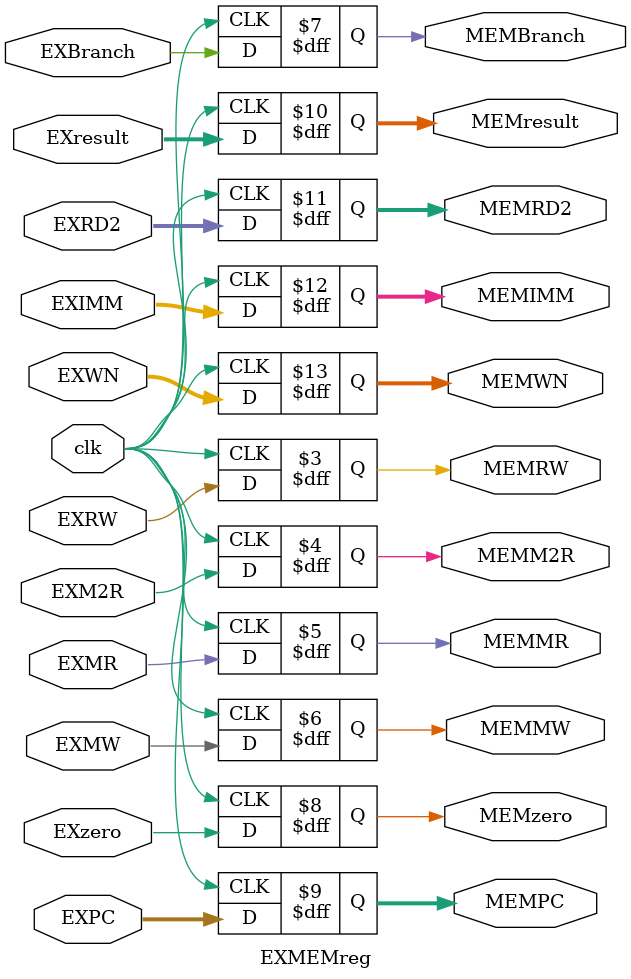
<source format=v>
module EXMEMreg(EXPC, EXresult, EXWN, EXRD2, EXIMM, EXRW, EXM2R, EXMR, EXMW, EXBranch, EXzero, 
		MEMPC, MEMresult, MEMWN, MEMRD2, MEMIMM, MEMRW, MEMM2R, MEMMR, MEMMW, MEMBranch, MEMzero, clk);

	input EXRW, EXM2R, EXMR, EXMW, EXBranch, EXzero, clk;
	input [63:0] EXPC, EXresult, EXRD2, EXIMM;
	input [4:0] EXWN;
	
	output MEMRW, MEMM2R, MEMMR, MEMMW, MEMBranch, MEMzero;
	output [63:0] MEMPC, MEMresult, MEMRD2, MEMIMM;
	output [4:0] MEMWN;
	
	reg MEMRW, MEMM2R, MEMMR, MEMMW, MEMBranch, MEMzero;
	reg[63:0] MEMPC, MEMresult, MEMRD2, MEMIMM;
	reg [4:0] MEMWN;
	
initial
	begin
		MEMRW <= 0;
		MEMM2R <= 0;
		MEMMR <= 0;
		MEMMW <= 0;
		MEMBranch <= 0;
		MEMzero <= 0;
		MEMPC <= 0;
		MEMresult <= 0;
		MEMRD2 <= 0;
		MEMIMM <= 0;
		MEMWN <= 0;
	end
	
	always @(posedge clk)
		begin
		
			MEMRW <= EXRW;
			MEMM2R <= EXM2R;
			MEMMR <= EXMR;
			MEMMW <= EXMW;
			MEMBranch <= EXBranch;
			MEMzero <= EXzero;
			
			MEMPC <= EXPC;
			MEMresult <= EXresult;
			MEMRD2 <= EXRD2;
			MEMIMM <= EXIMM;
			
			MEMWN <= EXWN;
			
		end

endmodule 
</source>
